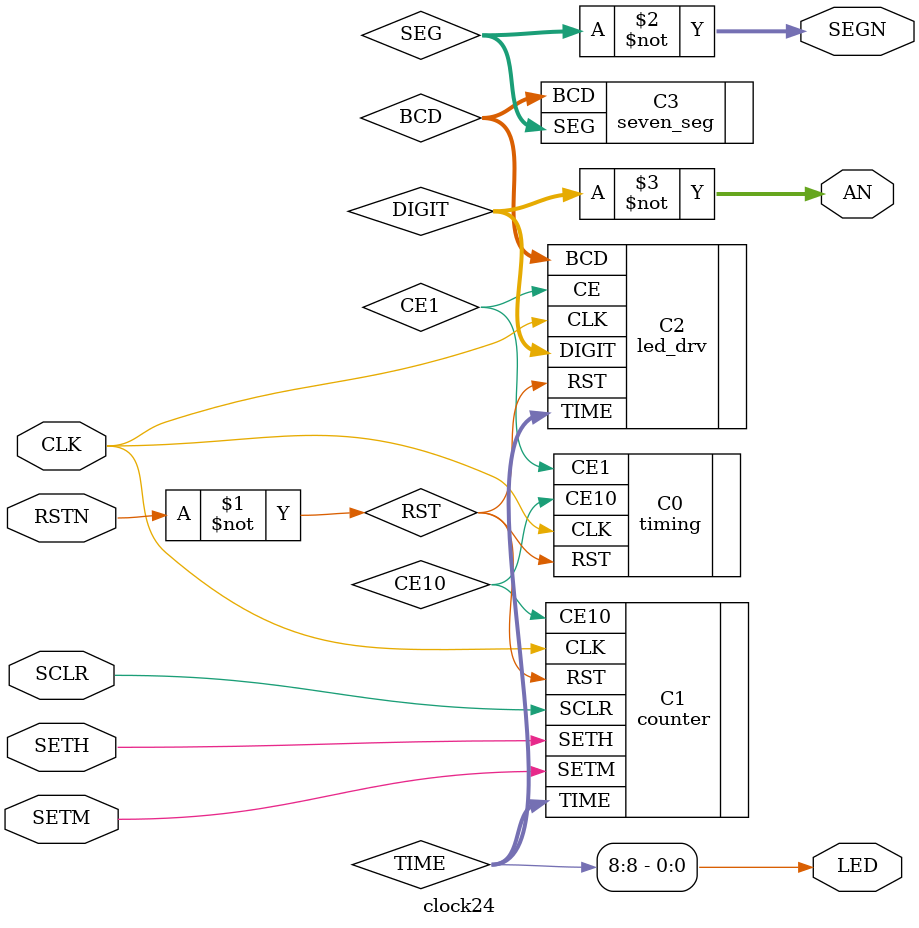
<source format=v>
module clock24 ( CLK, RSTN, SETH, SETM, SCLR, SEGN, AN, LED );
   input        CLK;  // Clock (100MHz)
   input        RSTN; // Reset (Low active)
   input        SETH; // Set hour (High active)
   input        SETM; // Set minute (High active)
   input        SCLR; // Clear sec and msec (high active)
   output [7:0] SEGN; // segment for 7 segment LED (Low active)
   output [7:0] AN;   // Digit enable for 7 segment LED (Low active)
   output       LED;  // LED (High active)

   // internal wire
   wire         RST;  // Reset (High active)
   wire [31:0]  TIME;  // hh:mm:ss:ms
   wire [3:0]   BCD;  // BCD value of TIME
   wire         CE1;  // Clock enable  1ms = 1,000Hz
   wire         CE10;  // Clock enable 10ms =   100Hz
   wire [7:0]   SEG;  // Segment data
   wire [7:0]   DIGIT;  // Digit position
  
   assign RST = ~RSTN;  // Internal signals should be unified to positive signal
                      // in order to avoid errors
  
   timing    C0 ( .CLK(CLK), .RST(RST), .CE10(CE10), .CE1(CE1) );
   counter   C1 ( .CLK(CLK), .RST(RST), .CE10(CE10), .SETH(SETH), .SETM(SETM), .SCLR(SCLR), .TIME(TIME) );
   led_drv   C2 ( .CLK(CLK), .RST(RST), .CE(CE1), .TIME(TIME), .BCD(BCD),  .DIGIT(DIGIT) );
   seven_seg C3 ( .BCD(BCD), .SEG(SEG) );
  
   assign SEGN = ~SEG[7:0];      // negative signal
   assign AN   = ~DIGIT[7:0];      // negative signal
   assign LED  = TIME[8]; // You had better output one second pulse for observation
endmodule
</source>
